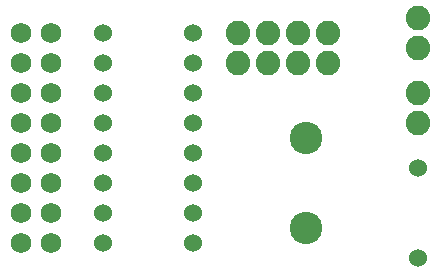
<source format=gbr>
G75*
G70*
%OFA0B0*%
%FSLAX24Y24*%
%IPPOS*%
%LPD*%
%AMOC8*
5,1,8,0,0,1.08239X$1,22.5*
%
%ADD10C,0.0600*%
%ADD11C,0.0680*%
%ADD12C,0.1080*%
%ADD13C,0.0820*%
D10*
X004181Y001605D03*
X004181Y002605D03*
X004181Y003605D03*
X004181Y004605D03*
X004181Y005605D03*
X004181Y006605D03*
X004181Y007605D03*
X004181Y008605D03*
X007181Y008605D03*
X007181Y007605D03*
X007181Y006605D03*
X007181Y005605D03*
X007181Y004605D03*
X007181Y003605D03*
X007181Y002605D03*
X007181Y001605D03*
X014681Y001105D03*
X014681Y004105D03*
D11*
X001431Y001605D03*
X002431Y001605D03*
X002431Y002605D03*
X001431Y002605D03*
X001431Y003605D03*
X002431Y003605D03*
X002431Y004605D03*
X001431Y004605D03*
X001431Y005605D03*
X002431Y005605D03*
X002431Y006605D03*
X001431Y006605D03*
X001431Y007605D03*
X002431Y007605D03*
X002431Y008605D03*
X001431Y008605D03*
D12*
X010931Y005105D03*
X010931Y002105D03*
D13*
X014681Y005605D03*
X014681Y006605D03*
X014681Y008105D03*
X014681Y009105D03*
X011681Y008605D03*
X010681Y008605D03*
X009681Y008605D03*
X008681Y008605D03*
X008681Y007605D03*
X009681Y007605D03*
X010681Y007605D03*
X011681Y007605D03*
M02*

</source>
